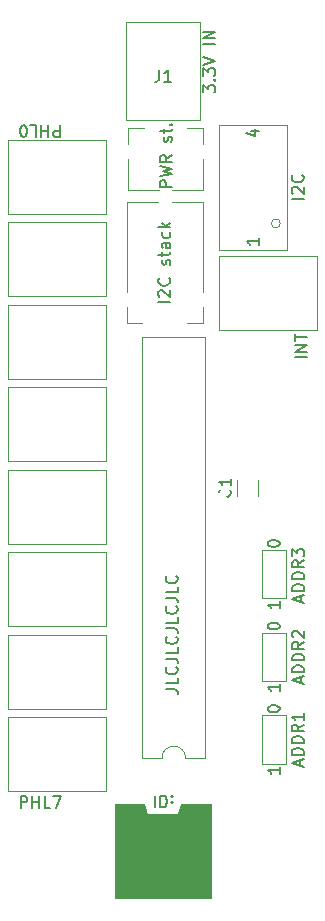
<source format=gto>
%TF.GenerationSoftware,KiCad,Pcbnew,5.1.10*%
%TF.CreationDate,2021-12-13T09:12:35+01:00*%
%TF.ProjectId,serialization_board,73657269-616c-4697-9a61-74696f6e5f62,rev?*%
%TF.SameCoordinates,Original*%
%TF.FileFunction,Legend,Top*%
%TF.FilePolarity,Positive*%
%FSLAX46Y46*%
G04 Gerber Fmt 4.6, Leading zero omitted, Abs format (unit mm)*
G04 Created by KiCad (PCBNEW 5.1.10) date 2021-12-13 09:12:35*
%MOMM*%
%LPD*%
G01*
G04 APERTURE LIST*
%ADD10C,0.150000*%
%ADD11C,0.100000*%
%ADD12C,0.120000*%
%ADD13O,1.700000X1.700000*%
%ADD14R,1.700000X1.700000*%
%ADD15C,1.397000*%
%ADD16C,7.000000*%
%ADD17O,1.600000X1.600000*%
%ADD18R,1.600000X1.600000*%
%ADD19R,1.500000X1.000000*%
%ADD20C,1.524000*%
G04 APERTURE END LIST*
D10*
X71397904Y-86796619D02*
X71397904Y-87796619D01*
X71874095Y-86796619D02*
X71874095Y-87796619D01*
X72112190Y-87796619D01*
X72255047Y-87749000D01*
X72350285Y-87653761D01*
X72397904Y-87558523D01*
X72445523Y-87368047D01*
X72445523Y-87225190D01*
X72397904Y-87034714D01*
X72350285Y-86939476D01*
X72255047Y-86844238D01*
X72112190Y-86796619D01*
X71874095Y-86796619D01*
X72874095Y-86891857D02*
X72921714Y-86844238D01*
X72874095Y-86796619D01*
X72826476Y-86844238D01*
X72874095Y-86891857D01*
X72874095Y-86796619D01*
X72874095Y-87415666D02*
X72921714Y-87368047D01*
X72874095Y-87320428D01*
X72826476Y-87368047D01*
X72874095Y-87415666D01*
X72874095Y-87320428D01*
D11*
G36*
X70738999Y-88392000D02*
G01*
X73405999Y-88392000D01*
X73659999Y-87503000D01*
X76199999Y-87503000D01*
X76199999Y-95504000D01*
X68071999Y-95504000D01*
X68071999Y-87503000D01*
X70484999Y-87503000D01*
X70738999Y-88392000D01*
G37*
X70738999Y-88392000D02*
X73405999Y-88392000D01*
X73659999Y-87503000D01*
X76199999Y-87503000D01*
X76199999Y-95504000D01*
X68071999Y-95504000D01*
X68071999Y-87503000D01*
X70484999Y-87503000D01*
X70738999Y-88392000D01*
D10*
X72350380Y-77771047D02*
X73064666Y-77771047D01*
X73207523Y-77818666D01*
X73302761Y-77913904D01*
X73350380Y-78056761D01*
X73350380Y-78152000D01*
X73350380Y-76818666D02*
X73350380Y-77294857D01*
X72350380Y-77294857D01*
X73255142Y-75913904D02*
X73302761Y-75961523D01*
X73350380Y-76104380D01*
X73350380Y-76199619D01*
X73302761Y-76342476D01*
X73207523Y-76437714D01*
X73112285Y-76485333D01*
X72921809Y-76532952D01*
X72778952Y-76532952D01*
X72588476Y-76485333D01*
X72493238Y-76437714D01*
X72398000Y-76342476D01*
X72350380Y-76199619D01*
X72350380Y-76104380D01*
X72398000Y-75961523D01*
X72445619Y-75913904D01*
X72350380Y-75199619D02*
X73064666Y-75199619D01*
X73207523Y-75247238D01*
X73302761Y-75342476D01*
X73350380Y-75485333D01*
X73350380Y-75580571D01*
X73350380Y-74247238D02*
X73350380Y-74723428D01*
X72350380Y-74723428D01*
X73255142Y-73342476D02*
X73302761Y-73390095D01*
X73350380Y-73532952D01*
X73350380Y-73628190D01*
X73302761Y-73771047D01*
X73207523Y-73866285D01*
X73112285Y-73913904D01*
X72921809Y-73961523D01*
X72778952Y-73961523D01*
X72588476Y-73913904D01*
X72493238Y-73866285D01*
X72398000Y-73771047D01*
X72350380Y-73628190D01*
X72350380Y-73532952D01*
X72398000Y-73390095D01*
X72445619Y-73342476D01*
X72350380Y-72628190D02*
X73064666Y-72628190D01*
X73207523Y-72675809D01*
X73302761Y-72771047D01*
X73350380Y-72913904D01*
X73350380Y-73009142D01*
X73350380Y-71675809D02*
X73350380Y-72152000D01*
X72350380Y-72152000D01*
X73255142Y-70771047D02*
X73302761Y-70818666D01*
X73350380Y-70961523D01*
X73350380Y-71056761D01*
X73302761Y-71199619D01*
X73207523Y-71294857D01*
X73112285Y-71342476D01*
X72921809Y-71390095D01*
X72778952Y-71390095D01*
X72588476Y-71342476D01*
X72493238Y-71294857D01*
X72398000Y-71199619D01*
X72350380Y-71056761D01*
X72350380Y-70961523D01*
X72398000Y-70818666D01*
X72445619Y-70771047D01*
X72350380Y-70056761D02*
X73064666Y-70056761D01*
X73207523Y-70104380D01*
X73302761Y-70199619D01*
X73350380Y-70342476D01*
X73350380Y-70437714D01*
X73350380Y-69104380D02*
X73350380Y-69580571D01*
X72350380Y-69580571D01*
X73255142Y-68199619D02*
X73302761Y-68247238D01*
X73350380Y-68390095D01*
X73350380Y-68485333D01*
X73302761Y-68628190D01*
X73207523Y-68723428D01*
X73112285Y-68771047D01*
X72921809Y-68818666D01*
X72778952Y-68818666D01*
X72588476Y-68771047D01*
X72493238Y-68723428D01*
X72398000Y-68628190D01*
X72350380Y-68485333D01*
X72350380Y-68390095D01*
X72398000Y-68247238D01*
X72445619Y-68199619D01*
D12*
X72838000Y-35513000D02*
X75498000Y-35513000D01*
X75498000Y-32913000D02*
X75498000Y-35513000D01*
X75498000Y-30313000D02*
X75498000Y-31643000D01*
X74168000Y-30313000D02*
X75498000Y-30313000D01*
X69155000Y-35493000D02*
X71815000Y-35493000D01*
X69155000Y-32893000D02*
X69155000Y-35493000D01*
X69155000Y-31623000D02*
X69155000Y-30293000D01*
X69155000Y-30293000D02*
X70485000Y-30293000D01*
X71688000Y-36516000D02*
X69028000Y-36516000D01*
X69028000Y-44196000D02*
X69028000Y-36516000D01*
X69028000Y-45466000D02*
X69028000Y-46796000D01*
X70358000Y-46796000D02*
X69028000Y-46796000D01*
X75498000Y-44196000D02*
X75498000Y-36516000D01*
X75498000Y-36516000D02*
X72838000Y-36516000D01*
X75498000Y-46796000D02*
X75498000Y-45466000D01*
X75498000Y-46796000D02*
X74168000Y-46796000D01*
X67283000Y-31276800D02*
X59028000Y-31276800D01*
X67283000Y-37525200D02*
X67283000Y-31276800D01*
X59028000Y-37525200D02*
X67283000Y-37525200D01*
X59028000Y-31276800D02*
X59028000Y-37525200D01*
X67283000Y-80171800D02*
X59028000Y-80171800D01*
X67283000Y-86420200D02*
X67283000Y-80171800D01*
X59028000Y-86420200D02*
X67283000Y-86420200D01*
X59028000Y-80171800D02*
X59028000Y-86420200D01*
X67283000Y-66201800D02*
X59028000Y-66201800D01*
X67283000Y-72450200D02*
X67283000Y-66201800D01*
X59028000Y-72450200D02*
X67283000Y-72450200D01*
X59028000Y-66201800D02*
X59028000Y-72450200D01*
X74025000Y-83626000D02*
X75675000Y-83626000D01*
X75675000Y-83626000D02*
X75675000Y-47946000D01*
X75675000Y-47946000D02*
X70375000Y-47946000D01*
X70375000Y-47946000D02*
X70375000Y-83626000D01*
X70375000Y-83626000D02*
X72025000Y-83626000D01*
X72025000Y-83626000D02*
G75*
G02*
X74025000Y-83626000I1000000J0D01*
G01*
X67283000Y-38261801D02*
X59028000Y-38261801D01*
X67283000Y-44510201D02*
X67283000Y-38261801D01*
X59028000Y-44510201D02*
X67283000Y-44510201D01*
X59028000Y-38261801D02*
X59028000Y-44510201D01*
X67283000Y-73186800D02*
X59028000Y-73186800D01*
X67283000Y-79435200D02*
X67283000Y-73186800D01*
X59028000Y-79435200D02*
X67283000Y-79435200D01*
X59028000Y-73186800D02*
X59028000Y-79435200D01*
X67283000Y-59216800D02*
X59028000Y-59216800D01*
X67283000Y-65465200D02*
X67283000Y-59216800D01*
X59028000Y-65465200D02*
X67283000Y-65465200D01*
X59028000Y-59216800D02*
X59028000Y-65465200D01*
X67283000Y-52231800D02*
X59028000Y-52231800D01*
X67283000Y-58480200D02*
X67283000Y-52231800D01*
X59028000Y-58480200D02*
X67283000Y-58480200D01*
X59028000Y-52231800D02*
X59028000Y-58480200D01*
X67283000Y-45246800D02*
X59028000Y-45246800D01*
X67283000Y-51495200D02*
X67283000Y-45246800D01*
X59028000Y-51495200D02*
X67283000Y-51495200D01*
X59028000Y-45246800D02*
X59028000Y-51495200D01*
X82534000Y-70092000D02*
X80534000Y-70092000D01*
X82534000Y-65992000D02*
X82534000Y-70092000D01*
X80534000Y-65992000D02*
X82534000Y-65992000D01*
X80534000Y-70092000D02*
X80534000Y-65992000D01*
X82534000Y-77092000D02*
X80534000Y-77092000D01*
X82534000Y-72992000D02*
X82534000Y-77092000D01*
X80534000Y-72992000D02*
X82534000Y-72992000D01*
X80534000Y-77092000D02*
X80534000Y-72992000D01*
X82534000Y-84092000D02*
X80534000Y-84092000D01*
X82534000Y-79992000D02*
X82534000Y-84092000D01*
X80534000Y-79992000D02*
X82534000Y-79992000D01*
X80534000Y-84092000D02*
X80534000Y-79992000D01*
X76862000Y-47336199D02*
X85117000Y-47336199D01*
X76862000Y-41087799D02*
X76862000Y-47336199D01*
X85117000Y-41087799D02*
X76862000Y-41087799D01*
X85117000Y-47336199D02*
X85117000Y-41087799D01*
X82626200Y-40562200D02*
X82626200Y-29995800D01*
X82626200Y-29995800D02*
X76860400Y-29995800D01*
X76860400Y-29995800D02*
X76860400Y-40562200D01*
X76860400Y-40562200D02*
X82626200Y-40562200D01*
X82042000Y-38354000D02*
G75*
G03*
X82042000Y-38354000I-381000J0D01*
G01*
X75260200Y-29564000D02*
X75260200Y-21309000D01*
X69011800Y-29564000D02*
X75260200Y-29564000D01*
X69011800Y-21309000D02*
X69011800Y-29564000D01*
X75260200Y-21309000D02*
X69011800Y-21309000D01*
X78338000Y-61455752D02*
X78338000Y-60033248D01*
X80158000Y-61455752D02*
X80158000Y-60033248D01*
D10*
X72842380Y-35281857D02*
X71842380Y-35281857D01*
X71842380Y-34900904D01*
X71890000Y-34805666D01*
X71937619Y-34758047D01*
X72032857Y-34710428D01*
X72175714Y-34710428D01*
X72270952Y-34758047D01*
X72318571Y-34805666D01*
X72366190Y-34900904D01*
X72366190Y-35281857D01*
X71842380Y-34377095D02*
X72842380Y-34139000D01*
X72128095Y-33948523D01*
X72842380Y-33758047D01*
X71842380Y-33519952D01*
X72842380Y-32567571D02*
X72366190Y-32900904D01*
X72842380Y-33139000D02*
X71842380Y-33139000D01*
X71842380Y-32758047D01*
X71890000Y-32662809D01*
X71937619Y-32615190D01*
X72032857Y-32567571D01*
X72175714Y-32567571D01*
X72270952Y-32615190D01*
X72318571Y-32662809D01*
X72366190Y-32758047D01*
X72366190Y-33139000D01*
X72794761Y-31424714D02*
X72842380Y-31329476D01*
X72842380Y-31139000D01*
X72794761Y-31043761D01*
X72699523Y-30996142D01*
X72651904Y-30996142D01*
X72556666Y-31043761D01*
X72509047Y-31139000D01*
X72509047Y-31281857D01*
X72461428Y-31377095D01*
X72366190Y-31424714D01*
X72318571Y-31424714D01*
X72223333Y-31377095D01*
X72175714Y-31281857D01*
X72175714Y-31139000D01*
X72223333Y-31043761D01*
X72175714Y-30710428D02*
X72175714Y-30329476D01*
X71842380Y-30567571D02*
X72699523Y-30567571D01*
X72794761Y-30519952D01*
X72842380Y-30424714D01*
X72842380Y-30329476D01*
X72747142Y-29996142D02*
X72794761Y-29948523D01*
X72842380Y-29996142D01*
X72794761Y-30043761D01*
X72747142Y-29996142D01*
X72842380Y-29996142D01*
X72715380Y-44989333D02*
X71715380Y-44989333D01*
X71810619Y-44560761D02*
X71763000Y-44513142D01*
X71715380Y-44417904D01*
X71715380Y-44179809D01*
X71763000Y-44084571D01*
X71810619Y-44036952D01*
X71905857Y-43989333D01*
X72001095Y-43989333D01*
X72143952Y-44036952D01*
X72715380Y-44608380D01*
X72715380Y-43989333D01*
X72620142Y-42989333D02*
X72667761Y-43036952D01*
X72715380Y-43179809D01*
X72715380Y-43275047D01*
X72667761Y-43417904D01*
X72572523Y-43513142D01*
X72477285Y-43560761D01*
X72286809Y-43608380D01*
X72143952Y-43608380D01*
X71953476Y-43560761D01*
X71858238Y-43513142D01*
X71763000Y-43417904D01*
X71715380Y-43275047D01*
X71715380Y-43179809D01*
X71763000Y-43036952D01*
X71810619Y-42989333D01*
X72667761Y-41846476D02*
X72715380Y-41751238D01*
X72715380Y-41560761D01*
X72667761Y-41465523D01*
X72572523Y-41417904D01*
X72524904Y-41417904D01*
X72429666Y-41465523D01*
X72382047Y-41560761D01*
X72382047Y-41703619D01*
X72334428Y-41798857D01*
X72239190Y-41846476D01*
X72191571Y-41846476D01*
X72096333Y-41798857D01*
X72048714Y-41703619D01*
X72048714Y-41560761D01*
X72096333Y-41465523D01*
X72048714Y-41132190D02*
X72048714Y-40751238D01*
X71715380Y-40989333D02*
X72572523Y-40989333D01*
X72667761Y-40941714D01*
X72715380Y-40846476D01*
X72715380Y-40751238D01*
X72715380Y-39989333D02*
X72191571Y-39989333D01*
X72096333Y-40036952D01*
X72048714Y-40132190D01*
X72048714Y-40322666D01*
X72096333Y-40417904D01*
X72667761Y-39989333D02*
X72715380Y-40084571D01*
X72715380Y-40322666D01*
X72667761Y-40417904D01*
X72572523Y-40465523D01*
X72477285Y-40465523D01*
X72382047Y-40417904D01*
X72334428Y-40322666D01*
X72334428Y-40084571D01*
X72286809Y-39989333D01*
X72667761Y-39084571D02*
X72715380Y-39179809D01*
X72715380Y-39370285D01*
X72667761Y-39465523D01*
X72620142Y-39513142D01*
X72524904Y-39560761D01*
X72239190Y-39560761D01*
X72143952Y-39513142D01*
X72096333Y-39465523D01*
X72048714Y-39370285D01*
X72048714Y-39179809D01*
X72096333Y-39084571D01*
X72715380Y-38656000D02*
X71715380Y-38656000D01*
X72334428Y-38560761D02*
X72715380Y-38275047D01*
X72048714Y-38275047D02*
X72429666Y-38656000D01*
X63388666Y-30027619D02*
X63388666Y-31027619D01*
X63007714Y-31027619D01*
X62912476Y-30980000D01*
X62864857Y-30932380D01*
X62817238Y-30837142D01*
X62817238Y-30694285D01*
X62864857Y-30599047D01*
X62912476Y-30551428D01*
X63007714Y-30503809D01*
X63388666Y-30503809D01*
X62388666Y-30027619D02*
X62388666Y-31027619D01*
X62388666Y-30551428D02*
X61817238Y-30551428D01*
X61817238Y-30027619D02*
X61817238Y-31027619D01*
X60864857Y-30027619D02*
X61341047Y-30027619D01*
X61341047Y-31027619D01*
X60341047Y-31027619D02*
X60245809Y-31027619D01*
X60150571Y-30980000D01*
X60102952Y-30932380D01*
X60055333Y-30837142D01*
X60007714Y-30646666D01*
X60007714Y-30408571D01*
X60055333Y-30218095D01*
X60102952Y-30122857D01*
X60150571Y-30075238D01*
X60245809Y-30027619D01*
X60341047Y-30027619D01*
X60436285Y-30075238D01*
X60483904Y-30122857D01*
X60531523Y-30218095D01*
X60579142Y-30408571D01*
X60579142Y-30646666D01*
X60531523Y-30837142D01*
X60483904Y-30932380D01*
X60436285Y-30980000D01*
X60341047Y-31027619D01*
X64857380Y-33401000D02*
X65095476Y-33401000D01*
X65000238Y-33639095D02*
X65095476Y-33401000D01*
X65000238Y-33162904D01*
X65285952Y-33543857D02*
X65095476Y-33401000D01*
X65285952Y-33258142D01*
X60055333Y-87828380D02*
X60055333Y-86828380D01*
X60436285Y-86828380D01*
X60531523Y-86876000D01*
X60579142Y-86923619D01*
X60626761Y-87018857D01*
X60626761Y-87161714D01*
X60579142Y-87256952D01*
X60531523Y-87304571D01*
X60436285Y-87352190D01*
X60055333Y-87352190D01*
X61055333Y-87828380D02*
X61055333Y-86828380D01*
X61055333Y-87304571D02*
X61626761Y-87304571D01*
X61626761Y-87828380D02*
X61626761Y-86828380D01*
X62579142Y-87828380D02*
X62102952Y-87828380D01*
X62102952Y-86828380D01*
X62817238Y-86828380D02*
X63483904Y-86828380D01*
X63055333Y-87828380D01*
X64857380Y-82296000D02*
X65095476Y-82296000D01*
X65000238Y-82534095D02*
X65095476Y-82296000D01*
X65000238Y-82057904D01*
X65285952Y-82438857D02*
X65095476Y-82296000D01*
X65285952Y-82153142D01*
X64857380Y-68326000D02*
X65095476Y-68326000D01*
X65000238Y-68564095D02*
X65095476Y-68326000D01*
X65000238Y-68087904D01*
X65285952Y-68468857D02*
X65095476Y-68326000D01*
X65285952Y-68183142D01*
X64857380Y-40386001D02*
X65095476Y-40386001D01*
X65000238Y-40624096D02*
X65095476Y-40386001D01*
X65000238Y-40147905D01*
X65285952Y-40528858D02*
X65095476Y-40386001D01*
X65285952Y-40243143D01*
X64857380Y-75311000D02*
X65095476Y-75311000D01*
X65000238Y-75549095D02*
X65095476Y-75311000D01*
X65000238Y-75072904D01*
X65285952Y-75453857D02*
X65095476Y-75311000D01*
X65285952Y-75168142D01*
X64857380Y-61341000D02*
X65095476Y-61341000D01*
X65000238Y-61579095D02*
X65095476Y-61341000D01*
X65000238Y-61102904D01*
X65285952Y-61483857D02*
X65095476Y-61341000D01*
X65285952Y-61198142D01*
X64857380Y-54356000D02*
X65095476Y-54356000D01*
X65000238Y-54594095D02*
X65095476Y-54356000D01*
X65000238Y-54117904D01*
X65285952Y-54498857D02*
X65095476Y-54356000D01*
X65285952Y-54213142D01*
X64857380Y-47371000D02*
X65095476Y-47371000D01*
X65000238Y-47609095D02*
X65095476Y-47371000D01*
X65000238Y-47132904D01*
X65285952Y-47513857D02*
X65095476Y-47371000D01*
X65285952Y-47228142D01*
X83772666Y-70360285D02*
X83772666Y-69884095D01*
X84058380Y-70455523D02*
X83058380Y-70122190D01*
X84058380Y-69788857D01*
X84058380Y-69455523D02*
X83058380Y-69455523D01*
X83058380Y-69217428D01*
X83106000Y-69074571D01*
X83201238Y-68979333D01*
X83296476Y-68931714D01*
X83486952Y-68884095D01*
X83629809Y-68884095D01*
X83820285Y-68931714D01*
X83915523Y-68979333D01*
X84010761Y-69074571D01*
X84058380Y-69217428D01*
X84058380Y-69455523D01*
X84058380Y-68455523D02*
X83058380Y-68455523D01*
X83058380Y-68217428D01*
X83106000Y-68074571D01*
X83201238Y-67979333D01*
X83296476Y-67931714D01*
X83486952Y-67884095D01*
X83629809Y-67884095D01*
X83820285Y-67931714D01*
X83915523Y-67979333D01*
X84010761Y-68074571D01*
X84058380Y-68217428D01*
X84058380Y-68455523D01*
X84058380Y-66884095D02*
X83582190Y-67217428D01*
X84058380Y-67455523D02*
X83058380Y-67455523D01*
X83058380Y-67074571D01*
X83106000Y-66979333D01*
X83153619Y-66931714D01*
X83248857Y-66884095D01*
X83391714Y-66884095D01*
X83486952Y-66931714D01*
X83534571Y-66979333D01*
X83582190Y-67074571D01*
X83582190Y-67455523D01*
X83058380Y-66550761D02*
X83058380Y-65931714D01*
X83439333Y-66265047D01*
X83439333Y-66122190D01*
X83486952Y-66026952D01*
X83534571Y-65979333D01*
X83629809Y-65931714D01*
X83867904Y-65931714D01*
X83963142Y-65979333D01*
X84010761Y-66026952D01*
X84058380Y-66122190D01*
X84058380Y-66407904D01*
X84010761Y-66503142D01*
X83963142Y-66550761D01*
X81986380Y-70356285D02*
X81986380Y-70927714D01*
X81986380Y-70642000D02*
X80986380Y-70642000D01*
X81129238Y-70737238D01*
X81224476Y-70832476D01*
X81272095Y-70927714D01*
X80986380Y-65489619D02*
X80986380Y-65394380D01*
X81034000Y-65299142D01*
X81081619Y-65251523D01*
X81176857Y-65203904D01*
X81367333Y-65156285D01*
X81605428Y-65156285D01*
X81795904Y-65203904D01*
X81891142Y-65251523D01*
X81938761Y-65299142D01*
X81986380Y-65394380D01*
X81986380Y-65489619D01*
X81938761Y-65584857D01*
X81891142Y-65632476D01*
X81795904Y-65680095D01*
X81605428Y-65727714D01*
X81367333Y-65727714D01*
X81176857Y-65680095D01*
X81081619Y-65632476D01*
X81034000Y-65584857D01*
X80986380Y-65489619D01*
X83772666Y-77250285D02*
X83772666Y-76774095D01*
X84058380Y-77345523D02*
X83058380Y-77012190D01*
X84058380Y-76678857D01*
X84058380Y-76345523D02*
X83058380Y-76345523D01*
X83058380Y-76107428D01*
X83106000Y-75964571D01*
X83201238Y-75869333D01*
X83296476Y-75821714D01*
X83486952Y-75774095D01*
X83629809Y-75774095D01*
X83820285Y-75821714D01*
X83915523Y-75869333D01*
X84010761Y-75964571D01*
X84058380Y-76107428D01*
X84058380Y-76345523D01*
X84058380Y-75345523D02*
X83058380Y-75345523D01*
X83058380Y-75107428D01*
X83106000Y-74964571D01*
X83201238Y-74869333D01*
X83296476Y-74821714D01*
X83486952Y-74774095D01*
X83629809Y-74774095D01*
X83820285Y-74821714D01*
X83915523Y-74869333D01*
X84010761Y-74964571D01*
X84058380Y-75107428D01*
X84058380Y-75345523D01*
X84058380Y-73774095D02*
X83582190Y-74107428D01*
X84058380Y-74345523D02*
X83058380Y-74345523D01*
X83058380Y-73964571D01*
X83106000Y-73869333D01*
X83153619Y-73821714D01*
X83248857Y-73774095D01*
X83391714Y-73774095D01*
X83486952Y-73821714D01*
X83534571Y-73869333D01*
X83582190Y-73964571D01*
X83582190Y-74345523D01*
X83153619Y-73393142D02*
X83106000Y-73345523D01*
X83058380Y-73250285D01*
X83058380Y-73012190D01*
X83106000Y-72916952D01*
X83153619Y-72869333D01*
X83248857Y-72821714D01*
X83344095Y-72821714D01*
X83486952Y-72869333D01*
X84058380Y-73440761D01*
X84058380Y-72821714D01*
X81986380Y-77356285D02*
X81986380Y-77927714D01*
X81986380Y-77642000D02*
X80986380Y-77642000D01*
X81129238Y-77737238D01*
X81224476Y-77832476D01*
X81272095Y-77927714D01*
X80986380Y-72489619D02*
X80986380Y-72394380D01*
X81034000Y-72299142D01*
X81081619Y-72251523D01*
X81176857Y-72203904D01*
X81367333Y-72156285D01*
X81605428Y-72156285D01*
X81795904Y-72203904D01*
X81891142Y-72251523D01*
X81938761Y-72299142D01*
X81986380Y-72394380D01*
X81986380Y-72489619D01*
X81938761Y-72584857D01*
X81891142Y-72632476D01*
X81795904Y-72680095D01*
X81605428Y-72727714D01*
X81367333Y-72727714D01*
X81176857Y-72680095D01*
X81081619Y-72632476D01*
X81034000Y-72584857D01*
X80986380Y-72489619D01*
X83732666Y-84256285D02*
X83732666Y-83780095D01*
X84018380Y-84351523D02*
X83018380Y-84018190D01*
X84018380Y-83684857D01*
X84018380Y-83351523D02*
X83018380Y-83351523D01*
X83018380Y-83113428D01*
X83066000Y-82970571D01*
X83161238Y-82875333D01*
X83256476Y-82827714D01*
X83446952Y-82780095D01*
X83589809Y-82780095D01*
X83780285Y-82827714D01*
X83875523Y-82875333D01*
X83970761Y-82970571D01*
X84018380Y-83113428D01*
X84018380Y-83351523D01*
X84018380Y-82351523D02*
X83018380Y-82351523D01*
X83018380Y-82113428D01*
X83066000Y-81970571D01*
X83161238Y-81875333D01*
X83256476Y-81827714D01*
X83446952Y-81780095D01*
X83589809Y-81780095D01*
X83780285Y-81827714D01*
X83875523Y-81875333D01*
X83970761Y-81970571D01*
X84018380Y-82113428D01*
X84018380Y-82351523D01*
X84018380Y-80780095D02*
X83542190Y-81113428D01*
X84018380Y-81351523D02*
X83018380Y-81351523D01*
X83018380Y-80970571D01*
X83066000Y-80875333D01*
X83113619Y-80827714D01*
X83208857Y-80780095D01*
X83351714Y-80780095D01*
X83446952Y-80827714D01*
X83494571Y-80875333D01*
X83542190Y-80970571D01*
X83542190Y-81351523D01*
X84018380Y-79827714D02*
X84018380Y-80399142D01*
X84018380Y-80113428D02*
X83018380Y-80113428D01*
X83161238Y-80208666D01*
X83256476Y-80303904D01*
X83304095Y-80399142D01*
X81986380Y-84356285D02*
X81986380Y-84927714D01*
X81986380Y-84642000D02*
X80986380Y-84642000D01*
X81129238Y-84737238D01*
X81224476Y-84832476D01*
X81272095Y-84927714D01*
X80986380Y-79489619D02*
X80986380Y-79394380D01*
X81034000Y-79299142D01*
X81081619Y-79251523D01*
X81176857Y-79203904D01*
X81367333Y-79156285D01*
X81605428Y-79156285D01*
X81795904Y-79203904D01*
X81891142Y-79251523D01*
X81938761Y-79299142D01*
X81986380Y-79394380D01*
X81986380Y-79489619D01*
X81938761Y-79584857D01*
X81891142Y-79632476D01*
X81795904Y-79680095D01*
X81605428Y-79727714D01*
X81367333Y-79727714D01*
X81176857Y-79680095D01*
X81081619Y-79632476D01*
X81034000Y-79584857D01*
X80986380Y-79489619D01*
X84272380Y-49672761D02*
X83272380Y-49672761D01*
X84272380Y-49196571D02*
X83272380Y-49196571D01*
X84272380Y-48625142D01*
X83272380Y-48625142D01*
X83272380Y-48291809D02*
X83272380Y-47720380D01*
X84272380Y-48006095D02*
X83272380Y-48006095D01*
X78192380Y-45211999D02*
X78430476Y-45211999D01*
X78335238Y-45450094D02*
X78430476Y-45211999D01*
X78335238Y-44973903D01*
X78620952Y-45354856D02*
X78430476Y-45211999D01*
X78620952Y-45069141D01*
X84018380Y-36255190D02*
X83018380Y-36255190D01*
X83113619Y-35826619D02*
X83066000Y-35779000D01*
X83018380Y-35683761D01*
X83018380Y-35445666D01*
X83066000Y-35350428D01*
X83113619Y-35302809D01*
X83208857Y-35255190D01*
X83304095Y-35255190D01*
X83446952Y-35302809D01*
X84018380Y-35874238D01*
X84018380Y-35255190D01*
X83923142Y-34255190D02*
X83970761Y-34302809D01*
X84018380Y-34445666D01*
X84018380Y-34540904D01*
X83970761Y-34683761D01*
X83875523Y-34779000D01*
X83780285Y-34826619D01*
X83589809Y-34874238D01*
X83446952Y-34874238D01*
X83256476Y-34826619D01*
X83161238Y-34779000D01*
X83066000Y-34683761D01*
X83018380Y-34540904D01*
X83018380Y-34445666D01*
X83066000Y-34302809D01*
X83113619Y-34255190D01*
X79208380Y-38354000D02*
X79446476Y-38354000D01*
X79351238Y-38592095D02*
X79446476Y-38354000D01*
X79351238Y-38115904D01*
X79636952Y-38496857D02*
X79446476Y-38354000D01*
X79636952Y-38211142D01*
X80208380Y-39592285D02*
X80208380Y-40163714D01*
X80208380Y-39878000D02*
X79208380Y-39878000D01*
X79351238Y-39973238D01*
X79446476Y-40068476D01*
X79494095Y-40163714D01*
X80208380Y-39592285D02*
X80208380Y-40163714D01*
X80208380Y-39878000D02*
X79208380Y-39878000D01*
X79351238Y-39973238D01*
X79446476Y-40068476D01*
X79494095Y-40163714D01*
X79541714Y-30489524D02*
X80208380Y-30489524D01*
X79160761Y-30727620D02*
X79875047Y-30965715D01*
X79875047Y-30346667D01*
X79541714Y-30489524D02*
X80208380Y-30489524D01*
X79160761Y-30727620D02*
X79875047Y-30965715D01*
X79875047Y-30346667D01*
X71786666Y-25360380D02*
X71786666Y-26074666D01*
X71739047Y-26217523D01*
X71643809Y-26312761D01*
X71500952Y-26360380D01*
X71405714Y-26360380D01*
X72786666Y-26360380D02*
X72215238Y-26360380D01*
X72500952Y-26360380D02*
X72500952Y-25360380D01*
X72405714Y-25503238D01*
X72310476Y-25598476D01*
X72215238Y-25646095D01*
X75525380Y-27257047D02*
X75525380Y-26638000D01*
X75906333Y-26971333D01*
X75906333Y-26828476D01*
X75953952Y-26733238D01*
X76001571Y-26685619D01*
X76096809Y-26638000D01*
X76334904Y-26638000D01*
X76430142Y-26685619D01*
X76477761Y-26733238D01*
X76525380Y-26828476D01*
X76525380Y-27114190D01*
X76477761Y-27209428D01*
X76430142Y-27257047D01*
X76430142Y-26209428D02*
X76477761Y-26161809D01*
X76525380Y-26209428D01*
X76477761Y-26257047D01*
X76430142Y-26209428D01*
X76525380Y-26209428D01*
X75525380Y-25828476D02*
X75525380Y-25209428D01*
X75906333Y-25542761D01*
X75906333Y-25399904D01*
X75953952Y-25304666D01*
X76001571Y-25257047D01*
X76096809Y-25209428D01*
X76334904Y-25209428D01*
X76430142Y-25257047D01*
X76477761Y-25304666D01*
X76525380Y-25399904D01*
X76525380Y-25685619D01*
X76477761Y-25780857D01*
X76430142Y-25828476D01*
X75525380Y-24923714D02*
X76525380Y-24590380D01*
X75525380Y-24257047D01*
X76525380Y-23161809D02*
X75525380Y-23161809D01*
X76525380Y-22685619D02*
X75525380Y-22685619D01*
X76525380Y-22114190D01*
X75525380Y-22114190D01*
X73136000Y-27138380D02*
X73136000Y-27376476D01*
X72897904Y-27281238D02*
X73136000Y-27376476D01*
X73374095Y-27281238D01*
X72993142Y-27566952D02*
X73136000Y-27376476D01*
X73278857Y-27566952D01*
X77755142Y-60911166D02*
X77802761Y-60958785D01*
X77850380Y-61101642D01*
X77850380Y-61196880D01*
X77802761Y-61339738D01*
X77707523Y-61434976D01*
X77612285Y-61482595D01*
X77421809Y-61530214D01*
X77278952Y-61530214D01*
X77088476Y-61482595D01*
X76993238Y-61434976D01*
X76898000Y-61339738D01*
X76850380Y-61196880D01*
X76850380Y-61101642D01*
X76898000Y-60958785D01*
X76945619Y-60911166D01*
X77850380Y-59958785D02*
X77850380Y-60530214D01*
X77850380Y-60244500D02*
X76850380Y-60244500D01*
X76993238Y-60339738D01*
X77088476Y-60434976D01*
X77136095Y-60530214D01*
%LPC*%
D13*
X74168000Y-34183000D03*
D14*
X74168000Y-31643000D03*
D13*
X70485000Y-34163000D03*
D14*
X70485000Y-31623000D03*
D13*
X70358000Y-37846000D03*
X70358000Y-40386000D03*
X70358000Y-42926000D03*
D14*
X70358000Y-45466000D03*
D13*
X74168000Y-37846000D03*
X74168000Y-40386000D03*
X74168000Y-42926000D03*
D14*
X74168000Y-45466000D03*
D15*
X65405000Y-33400999D03*
X65405000Y-35401001D03*
X65405000Y-82295999D03*
X65405000Y-84296001D03*
D16*
X80518000Y-25908000D03*
X80518000Y-91694000D03*
X63754000Y-91694000D03*
X63754000Y-25908000D03*
D15*
X65405000Y-68325999D03*
X65405000Y-70326001D03*
D17*
X69215000Y-82296000D03*
X76835000Y-49276000D03*
X69215000Y-79756000D03*
X76835000Y-51816000D03*
X69215000Y-77216000D03*
X76835000Y-54356000D03*
X69215000Y-74676000D03*
X76835000Y-56896000D03*
X69215000Y-72136000D03*
X76835000Y-59436000D03*
X69215000Y-69596000D03*
X76835000Y-61976000D03*
X69215000Y-67056000D03*
X76835000Y-64516000D03*
X69215000Y-64516000D03*
X76835000Y-67056000D03*
X69215000Y-61976000D03*
X76835000Y-69596000D03*
X69215000Y-59436000D03*
X76835000Y-72136000D03*
X69215000Y-56896000D03*
X76835000Y-74676000D03*
X69215000Y-54356000D03*
X76835000Y-77216000D03*
X69215000Y-51816000D03*
X76835000Y-79756000D03*
X69215000Y-49276000D03*
D18*
X76835000Y-82296000D03*
D15*
X65405000Y-40386000D03*
X65405000Y-42386002D03*
X65405000Y-75310999D03*
X65405000Y-77311001D03*
X65405000Y-61340999D03*
X65405000Y-63341001D03*
X65405000Y-54355999D03*
X65405000Y-56356001D03*
X65405000Y-47370999D03*
X65405000Y-49371001D03*
D19*
X81534000Y-69342000D03*
X81534000Y-68042000D03*
X81534000Y-66742000D03*
X81534000Y-76342000D03*
X81534000Y-75042000D03*
X81534000Y-73742000D03*
X81534000Y-83342000D03*
X81534000Y-82042000D03*
X81534000Y-80742000D03*
D15*
X78740000Y-45212000D03*
X78740000Y-43211998D03*
D20*
X79756000Y-38354000D03*
X79756000Y-36303999D03*
X79756000Y-34254001D03*
X79756000Y-32204000D03*
D15*
X73136001Y-27686000D03*
X71135999Y-27686000D03*
G36*
G01*
X79898001Y-59844500D02*
X78597999Y-59844500D01*
G75*
G02*
X78348000Y-59594501I0J249999D01*
G01*
X78348000Y-58769499D01*
G75*
G02*
X78597999Y-58519500I249999J0D01*
G01*
X79898001Y-58519500D01*
G75*
G02*
X80148000Y-58769499I0J-249999D01*
G01*
X80148000Y-59594501D01*
G75*
G02*
X79898001Y-59844500I-249999J0D01*
G01*
G37*
G36*
G01*
X79898001Y-62969500D02*
X78597999Y-62969500D01*
G75*
G02*
X78348000Y-62719501I0J249999D01*
G01*
X78348000Y-61894499D01*
G75*
G02*
X78597999Y-61644500I249999J0D01*
G01*
X79898001Y-61644500D01*
G75*
G02*
X80148000Y-61894499I0J-249999D01*
G01*
X80148000Y-62719501D01*
G75*
G02*
X79898001Y-62969500I-249999J0D01*
G01*
G37*
M02*

</source>
